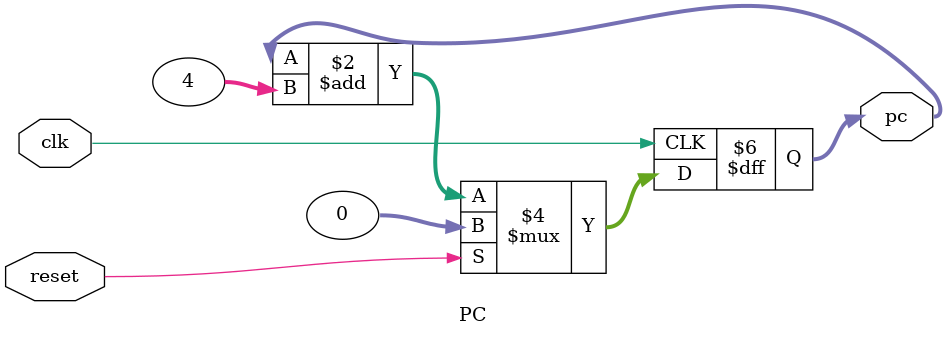
<source format=v>
`timescale 1ns / 1ps

module PC(
  input  wire       clk,
  input  wire       reset,
  output reg [31:0] pc
);

  always @(posedge clk) begin
    if (reset) 
      pc <= 32'h00000000;
    else 
      pc <= pc + 4;
  end
endmodule

</source>
